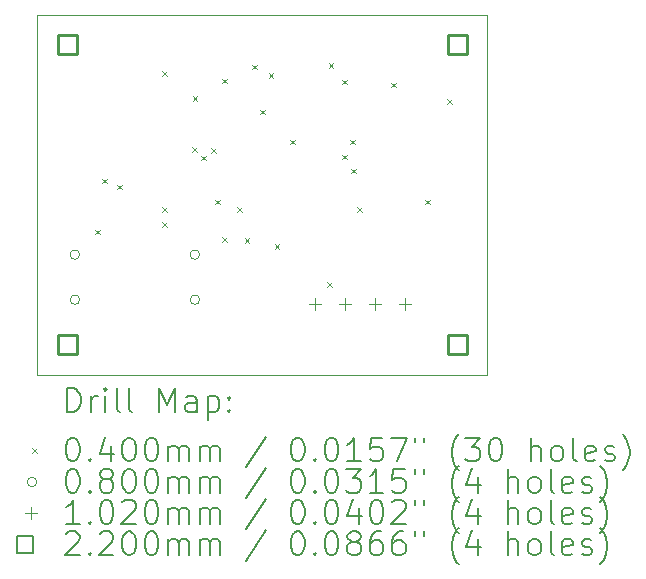
<source format=gbr>
%FSLAX45Y45*%
G04 Gerber Fmt 4.5, Leading zero omitted, Abs format (unit mm)*
G04 Created by KiCad (PCBNEW (6.0.4)) date 2022-04-21 21:49:42*
%MOMM*%
%LPD*%
G01*
G04 APERTURE LIST*
%TA.AperFunction,Profile*%
%ADD10C,0.100000*%
%TD*%
%ADD11C,0.200000*%
%ADD12C,0.040000*%
%ADD13C,0.080000*%
%ADD14C,0.102000*%
%ADD15C,0.220000*%
G04 APERTURE END LIST*
D10*
X12700000Y-9398000D02*
X12700000Y-6350000D01*
X12700000Y-6350000D02*
X16510000Y-6350000D01*
X16510000Y-6350000D02*
X16510000Y-9398000D01*
X16510000Y-9398000D02*
X12700000Y-9398000D01*
D11*
D12*
X13188000Y-8171500D02*
X13228000Y-8211500D01*
X13228000Y-8171500D02*
X13188000Y-8211500D01*
X13251500Y-7739099D02*
X13291500Y-7779099D01*
X13291500Y-7739099D02*
X13251500Y-7779099D01*
X13378500Y-7790500D02*
X13418500Y-7830500D01*
X13418500Y-7790500D02*
X13378500Y-7830500D01*
X13759500Y-6829050D02*
X13799500Y-6869050D01*
X13799500Y-6829050D02*
X13759500Y-6869050D01*
X13759500Y-7981000D02*
X13799500Y-8021000D01*
X13799500Y-7981000D02*
X13759500Y-8021000D01*
X13759500Y-8108000D02*
X13799500Y-8148000D01*
X13799500Y-8108000D02*
X13759500Y-8148000D01*
X14013500Y-7473000D02*
X14053500Y-7513000D01*
X14053500Y-7473000D02*
X14013500Y-7513000D01*
X14014470Y-7037450D02*
X14054470Y-7077450D01*
X14054470Y-7037450D02*
X14014470Y-7077450D01*
X14084175Y-7543675D02*
X14124175Y-7583675D01*
X14124175Y-7543675D02*
X14084175Y-7583675D01*
X14173473Y-7483367D02*
X14213473Y-7523367D01*
X14213473Y-7483367D02*
X14173473Y-7523367D01*
X14204000Y-7917500D02*
X14244000Y-7957500D01*
X14244000Y-7917500D02*
X14204000Y-7957500D01*
X14267500Y-6892550D02*
X14307500Y-6932550D01*
X14307500Y-6892550D02*
X14267500Y-6932550D01*
X14267500Y-8235000D02*
X14307500Y-8275000D01*
X14307500Y-8235000D02*
X14267500Y-8275000D01*
X14394500Y-7981000D02*
X14434500Y-8021000D01*
X14434500Y-7981000D02*
X14394500Y-8021000D01*
X14456354Y-8242057D02*
X14496354Y-8282057D01*
X14496354Y-8242057D02*
X14456354Y-8282057D01*
X14521500Y-6774500D02*
X14561500Y-6814500D01*
X14561500Y-6774500D02*
X14521500Y-6814500D01*
X14585000Y-7155500D02*
X14625000Y-7195500D01*
X14625000Y-7155500D02*
X14585000Y-7195500D01*
X14657451Y-6846951D02*
X14697451Y-6886951D01*
X14697451Y-6846951D02*
X14657451Y-6886951D01*
X14710212Y-8294216D02*
X14750212Y-8334216D01*
X14750212Y-8294216D02*
X14710212Y-8334216D01*
X14839000Y-7409500D02*
X14879000Y-7449500D01*
X14879000Y-7409500D02*
X14839000Y-7449500D01*
X15156500Y-8616000D02*
X15196500Y-8656000D01*
X15196500Y-8616000D02*
X15156500Y-8656000D01*
X15165950Y-6758388D02*
X15205950Y-6798388D01*
X15205950Y-6758388D02*
X15165950Y-6798388D01*
X15283500Y-6901500D02*
X15323500Y-6941500D01*
X15323500Y-6901500D02*
X15283500Y-6941500D01*
X15283500Y-7536500D02*
X15323500Y-7576500D01*
X15323500Y-7536500D02*
X15283500Y-7576500D01*
X15347000Y-7409500D02*
X15387000Y-7449500D01*
X15387000Y-7409500D02*
X15347000Y-7449500D01*
X15355950Y-7654550D02*
X15395950Y-7694550D01*
X15395950Y-7654550D02*
X15355950Y-7694550D01*
X15410500Y-7981000D02*
X15450500Y-8021000D01*
X15450500Y-7981000D02*
X15410500Y-8021000D01*
X15694409Y-6925869D02*
X15734409Y-6965869D01*
X15734409Y-6925869D02*
X15694409Y-6965869D01*
X15982000Y-7917500D02*
X16022000Y-7957500D01*
X16022000Y-7917500D02*
X15982000Y-7957500D01*
X16172000Y-7064577D02*
X16212000Y-7104577D01*
X16212000Y-7064577D02*
X16172000Y-7104577D01*
D13*
X13057500Y-8382000D02*
G75*
G03*
X13057500Y-8382000I-40000J0D01*
G01*
X13058500Y-8763000D02*
G75*
G03*
X13058500Y-8763000I-40000J0D01*
G01*
X14073500Y-8382000D02*
G75*
G03*
X14073500Y-8382000I-40000J0D01*
G01*
X14074500Y-8763000D02*
G75*
G03*
X14074500Y-8763000I-40000J0D01*
G01*
D14*
X15050500Y-8745500D02*
X15050500Y-8847500D01*
X14999500Y-8796500D02*
X15101500Y-8796500D01*
X15304500Y-8745500D02*
X15304500Y-8847500D01*
X15253500Y-8796500D02*
X15355500Y-8796500D01*
X15558500Y-8745500D02*
X15558500Y-8847500D01*
X15507500Y-8796500D02*
X15609500Y-8796500D01*
X15812500Y-8745500D02*
X15812500Y-8847500D01*
X15761500Y-8796500D02*
X15863500Y-8796500D01*
D15*
X13031782Y-6681782D02*
X13031782Y-6526217D01*
X12876217Y-6526217D01*
X12876217Y-6681782D01*
X13031782Y-6681782D01*
X13031782Y-9221783D02*
X13031782Y-9066218D01*
X12876217Y-9066218D01*
X12876217Y-9221783D01*
X13031782Y-9221783D01*
X16333782Y-6681782D02*
X16333782Y-6526217D01*
X16178217Y-6526217D01*
X16178217Y-6681782D01*
X16333782Y-6681782D01*
X16333782Y-9221783D02*
X16333782Y-9066218D01*
X16178217Y-9066218D01*
X16178217Y-9221783D01*
X16333782Y-9221783D01*
D11*
X12952619Y-9713476D02*
X12952619Y-9513476D01*
X13000238Y-9513476D01*
X13028809Y-9523000D01*
X13047857Y-9542048D01*
X13057381Y-9561095D01*
X13066905Y-9599190D01*
X13066905Y-9627762D01*
X13057381Y-9665857D01*
X13047857Y-9684905D01*
X13028809Y-9703952D01*
X13000238Y-9713476D01*
X12952619Y-9713476D01*
X13152619Y-9713476D02*
X13152619Y-9580143D01*
X13152619Y-9618238D02*
X13162143Y-9599190D01*
X13171667Y-9589667D01*
X13190714Y-9580143D01*
X13209762Y-9580143D01*
X13276428Y-9713476D02*
X13276428Y-9580143D01*
X13276428Y-9513476D02*
X13266905Y-9523000D01*
X13276428Y-9532524D01*
X13285952Y-9523000D01*
X13276428Y-9513476D01*
X13276428Y-9532524D01*
X13400238Y-9713476D02*
X13381190Y-9703952D01*
X13371667Y-9684905D01*
X13371667Y-9513476D01*
X13505000Y-9713476D02*
X13485952Y-9703952D01*
X13476428Y-9684905D01*
X13476428Y-9513476D01*
X13733571Y-9713476D02*
X13733571Y-9513476D01*
X13800238Y-9656333D01*
X13866905Y-9513476D01*
X13866905Y-9713476D01*
X14047857Y-9713476D02*
X14047857Y-9608714D01*
X14038333Y-9589667D01*
X14019286Y-9580143D01*
X13981190Y-9580143D01*
X13962143Y-9589667D01*
X14047857Y-9703952D02*
X14028809Y-9713476D01*
X13981190Y-9713476D01*
X13962143Y-9703952D01*
X13952619Y-9684905D01*
X13952619Y-9665857D01*
X13962143Y-9646810D01*
X13981190Y-9637286D01*
X14028809Y-9637286D01*
X14047857Y-9627762D01*
X14143095Y-9580143D02*
X14143095Y-9780143D01*
X14143095Y-9589667D02*
X14162143Y-9580143D01*
X14200238Y-9580143D01*
X14219286Y-9589667D01*
X14228809Y-9599190D01*
X14238333Y-9618238D01*
X14238333Y-9675381D01*
X14228809Y-9694429D01*
X14219286Y-9703952D01*
X14200238Y-9713476D01*
X14162143Y-9713476D01*
X14143095Y-9703952D01*
X14324048Y-9694429D02*
X14333571Y-9703952D01*
X14324048Y-9713476D01*
X14314524Y-9703952D01*
X14324048Y-9694429D01*
X14324048Y-9713476D01*
X14324048Y-9589667D02*
X14333571Y-9599190D01*
X14324048Y-9608714D01*
X14314524Y-9599190D01*
X14324048Y-9589667D01*
X14324048Y-9608714D01*
D12*
X12655000Y-10023000D02*
X12695000Y-10063000D01*
X12695000Y-10023000D02*
X12655000Y-10063000D01*
D11*
X12990714Y-9933476D02*
X13009762Y-9933476D01*
X13028809Y-9943000D01*
X13038333Y-9952524D01*
X13047857Y-9971571D01*
X13057381Y-10009667D01*
X13057381Y-10057286D01*
X13047857Y-10095381D01*
X13038333Y-10114429D01*
X13028809Y-10123952D01*
X13009762Y-10133476D01*
X12990714Y-10133476D01*
X12971667Y-10123952D01*
X12962143Y-10114429D01*
X12952619Y-10095381D01*
X12943095Y-10057286D01*
X12943095Y-10009667D01*
X12952619Y-9971571D01*
X12962143Y-9952524D01*
X12971667Y-9943000D01*
X12990714Y-9933476D01*
X13143095Y-10114429D02*
X13152619Y-10123952D01*
X13143095Y-10133476D01*
X13133571Y-10123952D01*
X13143095Y-10114429D01*
X13143095Y-10133476D01*
X13324048Y-10000143D02*
X13324048Y-10133476D01*
X13276428Y-9923952D02*
X13228809Y-10066810D01*
X13352619Y-10066810D01*
X13466905Y-9933476D02*
X13485952Y-9933476D01*
X13505000Y-9943000D01*
X13514524Y-9952524D01*
X13524048Y-9971571D01*
X13533571Y-10009667D01*
X13533571Y-10057286D01*
X13524048Y-10095381D01*
X13514524Y-10114429D01*
X13505000Y-10123952D01*
X13485952Y-10133476D01*
X13466905Y-10133476D01*
X13447857Y-10123952D01*
X13438333Y-10114429D01*
X13428809Y-10095381D01*
X13419286Y-10057286D01*
X13419286Y-10009667D01*
X13428809Y-9971571D01*
X13438333Y-9952524D01*
X13447857Y-9943000D01*
X13466905Y-9933476D01*
X13657381Y-9933476D02*
X13676428Y-9933476D01*
X13695476Y-9943000D01*
X13705000Y-9952524D01*
X13714524Y-9971571D01*
X13724048Y-10009667D01*
X13724048Y-10057286D01*
X13714524Y-10095381D01*
X13705000Y-10114429D01*
X13695476Y-10123952D01*
X13676428Y-10133476D01*
X13657381Y-10133476D01*
X13638333Y-10123952D01*
X13628809Y-10114429D01*
X13619286Y-10095381D01*
X13609762Y-10057286D01*
X13609762Y-10009667D01*
X13619286Y-9971571D01*
X13628809Y-9952524D01*
X13638333Y-9943000D01*
X13657381Y-9933476D01*
X13809762Y-10133476D02*
X13809762Y-10000143D01*
X13809762Y-10019190D02*
X13819286Y-10009667D01*
X13838333Y-10000143D01*
X13866905Y-10000143D01*
X13885952Y-10009667D01*
X13895476Y-10028714D01*
X13895476Y-10133476D01*
X13895476Y-10028714D02*
X13905000Y-10009667D01*
X13924048Y-10000143D01*
X13952619Y-10000143D01*
X13971667Y-10009667D01*
X13981190Y-10028714D01*
X13981190Y-10133476D01*
X14076428Y-10133476D02*
X14076428Y-10000143D01*
X14076428Y-10019190D02*
X14085952Y-10009667D01*
X14105000Y-10000143D01*
X14133571Y-10000143D01*
X14152619Y-10009667D01*
X14162143Y-10028714D01*
X14162143Y-10133476D01*
X14162143Y-10028714D02*
X14171667Y-10009667D01*
X14190714Y-10000143D01*
X14219286Y-10000143D01*
X14238333Y-10009667D01*
X14247857Y-10028714D01*
X14247857Y-10133476D01*
X14638333Y-9923952D02*
X14466905Y-10181095D01*
X14895476Y-9933476D02*
X14914524Y-9933476D01*
X14933571Y-9943000D01*
X14943095Y-9952524D01*
X14952619Y-9971571D01*
X14962143Y-10009667D01*
X14962143Y-10057286D01*
X14952619Y-10095381D01*
X14943095Y-10114429D01*
X14933571Y-10123952D01*
X14914524Y-10133476D01*
X14895476Y-10133476D01*
X14876428Y-10123952D01*
X14866905Y-10114429D01*
X14857381Y-10095381D01*
X14847857Y-10057286D01*
X14847857Y-10009667D01*
X14857381Y-9971571D01*
X14866905Y-9952524D01*
X14876428Y-9943000D01*
X14895476Y-9933476D01*
X15047857Y-10114429D02*
X15057381Y-10123952D01*
X15047857Y-10133476D01*
X15038333Y-10123952D01*
X15047857Y-10114429D01*
X15047857Y-10133476D01*
X15181190Y-9933476D02*
X15200238Y-9933476D01*
X15219286Y-9943000D01*
X15228809Y-9952524D01*
X15238333Y-9971571D01*
X15247857Y-10009667D01*
X15247857Y-10057286D01*
X15238333Y-10095381D01*
X15228809Y-10114429D01*
X15219286Y-10123952D01*
X15200238Y-10133476D01*
X15181190Y-10133476D01*
X15162143Y-10123952D01*
X15152619Y-10114429D01*
X15143095Y-10095381D01*
X15133571Y-10057286D01*
X15133571Y-10009667D01*
X15143095Y-9971571D01*
X15152619Y-9952524D01*
X15162143Y-9943000D01*
X15181190Y-9933476D01*
X15438333Y-10133476D02*
X15324048Y-10133476D01*
X15381190Y-10133476D02*
X15381190Y-9933476D01*
X15362143Y-9962048D01*
X15343095Y-9981095D01*
X15324048Y-9990619D01*
X15619286Y-9933476D02*
X15524048Y-9933476D01*
X15514524Y-10028714D01*
X15524048Y-10019190D01*
X15543095Y-10009667D01*
X15590714Y-10009667D01*
X15609762Y-10019190D01*
X15619286Y-10028714D01*
X15628809Y-10047762D01*
X15628809Y-10095381D01*
X15619286Y-10114429D01*
X15609762Y-10123952D01*
X15590714Y-10133476D01*
X15543095Y-10133476D01*
X15524048Y-10123952D01*
X15514524Y-10114429D01*
X15695476Y-9933476D02*
X15828809Y-9933476D01*
X15743095Y-10133476D01*
X15895476Y-9933476D02*
X15895476Y-9971571D01*
X15971667Y-9933476D02*
X15971667Y-9971571D01*
X16266905Y-10209667D02*
X16257381Y-10200143D01*
X16238333Y-10171571D01*
X16228809Y-10152524D01*
X16219286Y-10123952D01*
X16209762Y-10076333D01*
X16209762Y-10038238D01*
X16219286Y-9990619D01*
X16228809Y-9962048D01*
X16238333Y-9943000D01*
X16257381Y-9914429D01*
X16266905Y-9904905D01*
X16324048Y-9933476D02*
X16447857Y-9933476D01*
X16381190Y-10009667D01*
X16409762Y-10009667D01*
X16428809Y-10019190D01*
X16438333Y-10028714D01*
X16447857Y-10047762D01*
X16447857Y-10095381D01*
X16438333Y-10114429D01*
X16428809Y-10123952D01*
X16409762Y-10133476D01*
X16352619Y-10133476D01*
X16333571Y-10123952D01*
X16324048Y-10114429D01*
X16571667Y-9933476D02*
X16590714Y-9933476D01*
X16609762Y-9943000D01*
X16619286Y-9952524D01*
X16628809Y-9971571D01*
X16638333Y-10009667D01*
X16638333Y-10057286D01*
X16628809Y-10095381D01*
X16619286Y-10114429D01*
X16609762Y-10123952D01*
X16590714Y-10133476D01*
X16571667Y-10133476D01*
X16552619Y-10123952D01*
X16543095Y-10114429D01*
X16533571Y-10095381D01*
X16524048Y-10057286D01*
X16524048Y-10009667D01*
X16533571Y-9971571D01*
X16543095Y-9952524D01*
X16552619Y-9943000D01*
X16571667Y-9933476D01*
X16876429Y-10133476D02*
X16876429Y-9933476D01*
X16962143Y-10133476D02*
X16962143Y-10028714D01*
X16952619Y-10009667D01*
X16933571Y-10000143D01*
X16905000Y-10000143D01*
X16885952Y-10009667D01*
X16876429Y-10019190D01*
X17085952Y-10133476D02*
X17066905Y-10123952D01*
X17057381Y-10114429D01*
X17047857Y-10095381D01*
X17047857Y-10038238D01*
X17057381Y-10019190D01*
X17066905Y-10009667D01*
X17085952Y-10000143D01*
X17114524Y-10000143D01*
X17133571Y-10009667D01*
X17143095Y-10019190D01*
X17152619Y-10038238D01*
X17152619Y-10095381D01*
X17143095Y-10114429D01*
X17133571Y-10123952D01*
X17114524Y-10133476D01*
X17085952Y-10133476D01*
X17266905Y-10133476D02*
X17247857Y-10123952D01*
X17238333Y-10104905D01*
X17238333Y-9933476D01*
X17419286Y-10123952D02*
X17400238Y-10133476D01*
X17362143Y-10133476D01*
X17343095Y-10123952D01*
X17333571Y-10104905D01*
X17333571Y-10028714D01*
X17343095Y-10009667D01*
X17362143Y-10000143D01*
X17400238Y-10000143D01*
X17419286Y-10009667D01*
X17428810Y-10028714D01*
X17428810Y-10047762D01*
X17333571Y-10066810D01*
X17505000Y-10123952D02*
X17524048Y-10133476D01*
X17562143Y-10133476D01*
X17581190Y-10123952D01*
X17590714Y-10104905D01*
X17590714Y-10095381D01*
X17581190Y-10076333D01*
X17562143Y-10066810D01*
X17533571Y-10066810D01*
X17514524Y-10057286D01*
X17505000Y-10038238D01*
X17505000Y-10028714D01*
X17514524Y-10009667D01*
X17533571Y-10000143D01*
X17562143Y-10000143D01*
X17581190Y-10009667D01*
X17657381Y-10209667D02*
X17666905Y-10200143D01*
X17685952Y-10171571D01*
X17695476Y-10152524D01*
X17705000Y-10123952D01*
X17714524Y-10076333D01*
X17714524Y-10038238D01*
X17705000Y-9990619D01*
X17695476Y-9962048D01*
X17685952Y-9943000D01*
X17666905Y-9914429D01*
X17657381Y-9904905D01*
D13*
X12695000Y-10307000D02*
G75*
G03*
X12695000Y-10307000I-40000J0D01*
G01*
D11*
X12990714Y-10197476D02*
X13009762Y-10197476D01*
X13028809Y-10207000D01*
X13038333Y-10216524D01*
X13047857Y-10235571D01*
X13057381Y-10273667D01*
X13057381Y-10321286D01*
X13047857Y-10359381D01*
X13038333Y-10378429D01*
X13028809Y-10387952D01*
X13009762Y-10397476D01*
X12990714Y-10397476D01*
X12971667Y-10387952D01*
X12962143Y-10378429D01*
X12952619Y-10359381D01*
X12943095Y-10321286D01*
X12943095Y-10273667D01*
X12952619Y-10235571D01*
X12962143Y-10216524D01*
X12971667Y-10207000D01*
X12990714Y-10197476D01*
X13143095Y-10378429D02*
X13152619Y-10387952D01*
X13143095Y-10397476D01*
X13133571Y-10387952D01*
X13143095Y-10378429D01*
X13143095Y-10397476D01*
X13266905Y-10283190D02*
X13247857Y-10273667D01*
X13238333Y-10264143D01*
X13228809Y-10245095D01*
X13228809Y-10235571D01*
X13238333Y-10216524D01*
X13247857Y-10207000D01*
X13266905Y-10197476D01*
X13305000Y-10197476D01*
X13324048Y-10207000D01*
X13333571Y-10216524D01*
X13343095Y-10235571D01*
X13343095Y-10245095D01*
X13333571Y-10264143D01*
X13324048Y-10273667D01*
X13305000Y-10283190D01*
X13266905Y-10283190D01*
X13247857Y-10292714D01*
X13238333Y-10302238D01*
X13228809Y-10321286D01*
X13228809Y-10359381D01*
X13238333Y-10378429D01*
X13247857Y-10387952D01*
X13266905Y-10397476D01*
X13305000Y-10397476D01*
X13324048Y-10387952D01*
X13333571Y-10378429D01*
X13343095Y-10359381D01*
X13343095Y-10321286D01*
X13333571Y-10302238D01*
X13324048Y-10292714D01*
X13305000Y-10283190D01*
X13466905Y-10197476D02*
X13485952Y-10197476D01*
X13505000Y-10207000D01*
X13514524Y-10216524D01*
X13524048Y-10235571D01*
X13533571Y-10273667D01*
X13533571Y-10321286D01*
X13524048Y-10359381D01*
X13514524Y-10378429D01*
X13505000Y-10387952D01*
X13485952Y-10397476D01*
X13466905Y-10397476D01*
X13447857Y-10387952D01*
X13438333Y-10378429D01*
X13428809Y-10359381D01*
X13419286Y-10321286D01*
X13419286Y-10273667D01*
X13428809Y-10235571D01*
X13438333Y-10216524D01*
X13447857Y-10207000D01*
X13466905Y-10197476D01*
X13657381Y-10197476D02*
X13676428Y-10197476D01*
X13695476Y-10207000D01*
X13705000Y-10216524D01*
X13714524Y-10235571D01*
X13724048Y-10273667D01*
X13724048Y-10321286D01*
X13714524Y-10359381D01*
X13705000Y-10378429D01*
X13695476Y-10387952D01*
X13676428Y-10397476D01*
X13657381Y-10397476D01*
X13638333Y-10387952D01*
X13628809Y-10378429D01*
X13619286Y-10359381D01*
X13609762Y-10321286D01*
X13609762Y-10273667D01*
X13619286Y-10235571D01*
X13628809Y-10216524D01*
X13638333Y-10207000D01*
X13657381Y-10197476D01*
X13809762Y-10397476D02*
X13809762Y-10264143D01*
X13809762Y-10283190D02*
X13819286Y-10273667D01*
X13838333Y-10264143D01*
X13866905Y-10264143D01*
X13885952Y-10273667D01*
X13895476Y-10292714D01*
X13895476Y-10397476D01*
X13895476Y-10292714D02*
X13905000Y-10273667D01*
X13924048Y-10264143D01*
X13952619Y-10264143D01*
X13971667Y-10273667D01*
X13981190Y-10292714D01*
X13981190Y-10397476D01*
X14076428Y-10397476D02*
X14076428Y-10264143D01*
X14076428Y-10283190D02*
X14085952Y-10273667D01*
X14105000Y-10264143D01*
X14133571Y-10264143D01*
X14152619Y-10273667D01*
X14162143Y-10292714D01*
X14162143Y-10397476D01*
X14162143Y-10292714D02*
X14171667Y-10273667D01*
X14190714Y-10264143D01*
X14219286Y-10264143D01*
X14238333Y-10273667D01*
X14247857Y-10292714D01*
X14247857Y-10397476D01*
X14638333Y-10187952D02*
X14466905Y-10445095D01*
X14895476Y-10197476D02*
X14914524Y-10197476D01*
X14933571Y-10207000D01*
X14943095Y-10216524D01*
X14952619Y-10235571D01*
X14962143Y-10273667D01*
X14962143Y-10321286D01*
X14952619Y-10359381D01*
X14943095Y-10378429D01*
X14933571Y-10387952D01*
X14914524Y-10397476D01*
X14895476Y-10397476D01*
X14876428Y-10387952D01*
X14866905Y-10378429D01*
X14857381Y-10359381D01*
X14847857Y-10321286D01*
X14847857Y-10273667D01*
X14857381Y-10235571D01*
X14866905Y-10216524D01*
X14876428Y-10207000D01*
X14895476Y-10197476D01*
X15047857Y-10378429D02*
X15057381Y-10387952D01*
X15047857Y-10397476D01*
X15038333Y-10387952D01*
X15047857Y-10378429D01*
X15047857Y-10397476D01*
X15181190Y-10197476D02*
X15200238Y-10197476D01*
X15219286Y-10207000D01*
X15228809Y-10216524D01*
X15238333Y-10235571D01*
X15247857Y-10273667D01*
X15247857Y-10321286D01*
X15238333Y-10359381D01*
X15228809Y-10378429D01*
X15219286Y-10387952D01*
X15200238Y-10397476D01*
X15181190Y-10397476D01*
X15162143Y-10387952D01*
X15152619Y-10378429D01*
X15143095Y-10359381D01*
X15133571Y-10321286D01*
X15133571Y-10273667D01*
X15143095Y-10235571D01*
X15152619Y-10216524D01*
X15162143Y-10207000D01*
X15181190Y-10197476D01*
X15314524Y-10197476D02*
X15438333Y-10197476D01*
X15371667Y-10273667D01*
X15400238Y-10273667D01*
X15419286Y-10283190D01*
X15428809Y-10292714D01*
X15438333Y-10311762D01*
X15438333Y-10359381D01*
X15428809Y-10378429D01*
X15419286Y-10387952D01*
X15400238Y-10397476D01*
X15343095Y-10397476D01*
X15324048Y-10387952D01*
X15314524Y-10378429D01*
X15628809Y-10397476D02*
X15514524Y-10397476D01*
X15571667Y-10397476D02*
X15571667Y-10197476D01*
X15552619Y-10226048D01*
X15533571Y-10245095D01*
X15514524Y-10254619D01*
X15809762Y-10197476D02*
X15714524Y-10197476D01*
X15705000Y-10292714D01*
X15714524Y-10283190D01*
X15733571Y-10273667D01*
X15781190Y-10273667D01*
X15800238Y-10283190D01*
X15809762Y-10292714D01*
X15819286Y-10311762D01*
X15819286Y-10359381D01*
X15809762Y-10378429D01*
X15800238Y-10387952D01*
X15781190Y-10397476D01*
X15733571Y-10397476D01*
X15714524Y-10387952D01*
X15705000Y-10378429D01*
X15895476Y-10197476D02*
X15895476Y-10235571D01*
X15971667Y-10197476D02*
X15971667Y-10235571D01*
X16266905Y-10473667D02*
X16257381Y-10464143D01*
X16238333Y-10435571D01*
X16228809Y-10416524D01*
X16219286Y-10387952D01*
X16209762Y-10340333D01*
X16209762Y-10302238D01*
X16219286Y-10254619D01*
X16228809Y-10226048D01*
X16238333Y-10207000D01*
X16257381Y-10178429D01*
X16266905Y-10168905D01*
X16428809Y-10264143D02*
X16428809Y-10397476D01*
X16381190Y-10187952D02*
X16333571Y-10330810D01*
X16457381Y-10330810D01*
X16685952Y-10397476D02*
X16685952Y-10197476D01*
X16771667Y-10397476D02*
X16771667Y-10292714D01*
X16762143Y-10273667D01*
X16743095Y-10264143D01*
X16714524Y-10264143D01*
X16695476Y-10273667D01*
X16685952Y-10283190D01*
X16895476Y-10397476D02*
X16876429Y-10387952D01*
X16866905Y-10378429D01*
X16857381Y-10359381D01*
X16857381Y-10302238D01*
X16866905Y-10283190D01*
X16876429Y-10273667D01*
X16895476Y-10264143D01*
X16924048Y-10264143D01*
X16943095Y-10273667D01*
X16952619Y-10283190D01*
X16962143Y-10302238D01*
X16962143Y-10359381D01*
X16952619Y-10378429D01*
X16943095Y-10387952D01*
X16924048Y-10397476D01*
X16895476Y-10397476D01*
X17076429Y-10397476D02*
X17057381Y-10387952D01*
X17047857Y-10368905D01*
X17047857Y-10197476D01*
X17228810Y-10387952D02*
X17209762Y-10397476D01*
X17171667Y-10397476D01*
X17152619Y-10387952D01*
X17143095Y-10368905D01*
X17143095Y-10292714D01*
X17152619Y-10273667D01*
X17171667Y-10264143D01*
X17209762Y-10264143D01*
X17228810Y-10273667D01*
X17238333Y-10292714D01*
X17238333Y-10311762D01*
X17143095Y-10330810D01*
X17314524Y-10387952D02*
X17333571Y-10397476D01*
X17371667Y-10397476D01*
X17390714Y-10387952D01*
X17400238Y-10368905D01*
X17400238Y-10359381D01*
X17390714Y-10340333D01*
X17371667Y-10330810D01*
X17343095Y-10330810D01*
X17324048Y-10321286D01*
X17314524Y-10302238D01*
X17314524Y-10292714D01*
X17324048Y-10273667D01*
X17343095Y-10264143D01*
X17371667Y-10264143D01*
X17390714Y-10273667D01*
X17466905Y-10473667D02*
X17476429Y-10464143D01*
X17495476Y-10435571D01*
X17505000Y-10416524D01*
X17514524Y-10387952D01*
X17524048Y-10340333D01*
X17524048Y-10302238D01*
X17514524Y-10254619D01*
X17505000Y-10226048D01*
X17495476Y-10207000D01*
X17476429Y-10178429D01*
X17466905Y-10168905D01*
D14*
X12644000Y-10520000D02*
X12644000Y-10622000D01*
X12593000Y-10571000D02*
X12695000Y-10571000D01*
D11*
X13057381Y-10661476D02*
X12943095Y-10661476D01*
X13000238Y-10661476D02*
X13000238Y-10461476D01*
X12981190Y-10490048D01*
X12962143Y-10509095D01*
X12943095Y-10518619D01*
X13143095Y-10642429D02*
X13152619Y-10651952D01*
X13143095Y-10661476D01*
X13133571Y-10651952D01*
X13143095Y-10642429D01*
X13143095Y-10661476D01*
X13276428Y-10461476D02*
X13295476Y-10461476D01*
X13314524Y-10471000D01*
X13324048Y-10480524D01*
X13333571Y-10499571D01*
X13343095Y-10537667D01*
X13343095Y-10585286D01*
X13333571Y-10623381D01*
X13324048Y-10642429D01*
X13314524Y-10651952D01*
X13295476Y-10661476D01*
X13276428Y-10661476D01*
X13257381Y-10651952D01*
X13247857Y-10642429D01*
X13238333Y-10623381D01*
X13228809Y-10585286D01*
X13228809Y-10537667D01*
X13238333Y-10499571D01*
X13247857Y-10480524D01*
X13257381Y-10471000D01*
X13276428Y-10461476D01*
X13419286Y-10480524D02*
X13428809Y-10471000D01*
X13447857Y-10461476D01*
X13495476Y-10461476D01*
X13514524Y-10471000D01*
X13524048Y-10480524D01*
X13533571Y-10499571D01*
X13533571Y-10518619D01*
X13524048Y-10547190D01*
X13409762Y-10661476D01*
X13533571Y-10661476D01*
X13657381Y-10461476D02*
X13676428Y-10461476D01*
X13695476Y-10471000D01*
X13705000Y-10480524D01*
X13714524Y-10499571D01*
X13724048Y-10537667D01*
X13724048Y-10585286D01*
X13714524Y-10623381D01*
X13705000Y-10642429D01*
X13695476Y-10651952D01*
X13676428Y-10661476D01*
X13657381Y-10661476D01*
X13638333Y-10651952D01*
X13628809Y-10642429D01*
X13619286Y-10623381D01*
X13609762Y-10585286D01*
X13609762Y-10537667D01*
X13619286Y-10499571D01*
X13628809Y-10480524D01*
X13638333Y-10471000D01*
X13657381Y-10461476D01*
X13809762Y-10661476D02*
X13809762Y-10528143D01*
X13809762Y-10547190D02*
X13819286Y-10537667D01*
X13838333Y-10528143D01*
X13866905Y-10528143D01*
X13885952Y-10537667D01*
X13895476Y-10556714D01*
X13895476Y-10661476D01*
X13895476Y-10556714D02*
X13905000Y-10537667D01*
X13924048Y-10528143D01*
X13952619Y-10528143D01*
X13971667Y-10537667D01*
X13981190Y-10556714D01*
X13981190Y-10661476D01*
X14076428Y-10661476D02*
X14076428Y-10528143D01*
X14076428Y-10547190D02*
X14085952Y-10537667D01*
X14105000Y-10528143D01*
X14133571Y-10528143D01*
X14152619Y-10537667D01*
X14162143Y-10556714D01*
X14162143Y-10661476D01*
X14162143Y-10556714D02*
X14171667Y-10537667D01*
X14190714Y-10528143D01*
X14219286Y-10528143D01*
X14238333Y-10537667D01*
X14247857Y-10556714D01*
X14247857Y-10661476D01*
X14638333Y-10451952D02*
X14466905Y-10709095D01*
X14895476Y-10461476D02*
X14914524Y-10461476D01*
X14933571Y-10471000D01*
X14943095Y-10480524D01*
X14952619Y-10499571D01*
X14962143Y-10537667D01*
X14962143Y-10585286D01*
X14952619Y-10623381D01*
X14943095Y-10642429D01*
X14933571Y-10651952D01*
X14914524Y-10661476D01*
X14895476Y-10661476D01*
X14876428Y-10651952D01*
X14866905Y-10642429D01*
X14857381Y-10623381D01*
X14847857Y-10585286D01*
X14847857Y-10537667D01*
X14857381Y-10499571D01*
X14866905Y-10480524D01*
X14876428Y-10471000D01*
X14895476Y-10461476D01*
X15047857Y-10642429D02*
X15057381Y-10651952D01*
X15047857Y-10661476D01*
X15038333Y-10651952D01*
X15047857Y-10642429D01*
X15047857Y-10661476D01*
X15181190Y-10461476D02*
X15200238Y-10461476D01*
X15219286Y-10471000D01*
X15228809Y-10480524D01*
X15238333Y-10499571D01*
X15247857Y-10537667D01*
X15247857Y-10585286D01*
X15238333Y-10623381D01*
X15228809Y-10642429D01*
X15219286Y-10651952D01*
X15200238Y-10661476D01*
X15181190Y-10661476D01*
X15162143Y-10651952D01*
X15152619Y-10642429D01*
X15143095Y-10623381D01*
X15133571Y-10585286D01*
X15133571Y-10537667D01*
X15143095Y-10499571D01*
X15152619Y-10480524D01*
X15162143Y-10471000D01*
X15181190Y-10461476D01*
X15419286Y-10528143D02*
X15419286Y-10661476D01*
X15371667Y-10451952D02*
X15324048Y-10594810D01*
X15447857Y-10594810D01*
X15562143Y-10461476D02*
X15581190Y-10461476D01*
X15600238Y-10471000D01*
X15609762Y-10480524D01*
X15619286Y-10499571D01*
X15628809Y-10537667D01*
X15628809Y-10585286D01*
X15619286Y-10623381D01*
X15609762Y-10642429D01*
X15600238Y-10651952D01*
X15581190Y-10661476D01*
X15562143Y-10661476D01*
X15543095Y-10651952D01*
X15533571Y-10642429D01*
X15524048Y-10623381D01*
X15514524Y-10585286D01*
X15514524Y-10537667D01*
X15524048Y-10499571D01*
X15533571Y-10480524D01*
X15543095Y-10471000D01*
X15562143Y-10461476D01*
X15705000Y-10480524D02*
X15714524Y-10471000D01*
X15733571Y-10461476D01*
X15781190Y-10461476D01*
X15800238Y-10471000D01*
X15809762Y-10480524D01*
X15819286Y-10499571D01*
X15819286Y-10518619D01*
X15809762Y-10547190D01*
X15695476Y-10661476D01*
X15819286Y-10661476D01*
X15895476Y-10461476D02*
X15895476Y-10499571D01*
X15971667Y-10461476D02*
X15971667Y-10499571D01*
X16266905Y-10737667D02*
X16257381Y-10728143D01*
X16238333Y-10699571D01*
X16228809Y-10680524D01*
X16219286Y-10651952D01*
X16209762Y-10604333D01*
X16209762Y-10566238D01*
X16219286Y-10518619D01*
X16228809Y-10490048D01*
X16238333Y-10471000D01*
X16257381Y-10442429D01*
X16266905Y-10432905D01*
X16428809Y-10528143D02*
X16428809Y-10661476D01*
X16381190Y-10451952D02*
X16333571Y-10594810D01*
X16457381Y-10594810D01*
X16685952Y-10661476D02*
X16685952Y-10461476D01*
X16771667Y-10661476D02*
X16771667Y-10556714D01*
X16762143Y-10537667D01*
X16743095Y-10528143D01*
X16714524Y-10528143D01*
X16695476Y-10537667D01*
X16685952Y-10547190D01*
X16895476Y-10661476D02*
X16876429Y-10651952D01*
X16866905Y-10642429D01*
X16857381Y-10623381D01*
X16857381Y-10566238D01*
X16866905Y-10547190D01*
X16876429Y-10537667D01*
X16895476Y-10528143D01*
X16924048Y-10528143D01*
X16943095Y-10537667D01*
X16952619Y-10547190D01*
X16962143Y-10566238D01*
X16962143Y-10623381D01*
X16952619Y-10642429D01*
X16943095Y-10651952D01*
X16924048Y-10661476D01*
X16895476Y-10661476D01*
X17076429Y-10661476D02*
X17057381Y-10651952D01*
X17047857Y-10632905D01*
X17047857Y-10461476D01*
X17228810Y-10651952D02*
X17209762Y-10661476D01*
X17171667Y-10661476D01*
X17152619Y-10651952D01*
X17143095Y-10632905D01*
X17143095Y-10556714D01*
X17152619Y-10537667D01*
X17171667Y-10528143D01*
X17209762Y-10528143D01*
X17228810Y-10537667D01*
X17238333Y-10556714D01*
X17238333Y-10575762D01*
X17143095Y-10594810D01*
X17314524Y-10651952D02*
X17333571Y-10661476D01*
X17371667Y-10661476D01*
X17390714Y-10651952D01*
X17400238Y-10632905D01*
X17400238Y-10623381D01*
X17390714Y-10604333D01*
X17371667Y-10594810D01*
X17343095Y-10594810D01*
X17324048Y-10585286D01*
X17314524Y-10566238D01*
X17314524Y-10556714D01*
X17324048Y-10537667D01*
X17343095Y-10528143D01*
X17371667Y-10528143D01*
X17390714Y-10537667D01*
X17466905Y-10737667D02*
X17476429Y-10728143D01*
X17495476Y-10699571D01*
X17505000Y-10680524D01*
X17514524Y-10651952D01*
X17524048Y-10604333D01*
X17524048Y-10566238D01*
X17514524Y-10518619D01*
X17505000Y-10490048D01*
X17495476Y-10471000D01*
X17476429Y-10442429D01*
X17466905Y-10432905D01*
X12665711Y-10905711D02*
X12665711Y-10764289D01*
X12524289Y-10764289D01*
X12524289Y-10905711D01*
X12665711Y-10905711D01*
X12943095Y-10744524D02*
X12952619Y-10735000D01*
X12971667Y-10725476D01*
X13019286Y-10725476D01*
X13038333Y-10735000D01*
X13047857Y-10744524D01*
X13057381Y-10763571D01*
X13057381Y-10782619D01*
X13047857Y-10811190D01*
X12933571Y-10925476D01*
X13057381Y-10925476D01*
X13143095Y-10906429D02*
X13152619Y-10915952D01*
X13143095Y-10925476D01*
X13133571Y-10915952D01*
X13143095Y-10906429D01*
X13143095Y-10925476D01*
X13228809Y-10744524D02*
X13238333Y-10735000D01*
X13257381Y-10725476D01*
X13305000Y-10725476D01*
X13324048Y-10735000D01*
X13333571Y-10744524D01*
X13343095Y-10763571D01*
X13343095Y-10782619D01*
X13333571Y-10811190D01*
X13219286Y-10925476D01*
X13343095Y-10925476D01*
X13466905Y-10725476D02*
X13485952Y-10725476D01*
X13505000Y-10735000D01*
X13514524Y-10744524D01*
X13524048Y-10763571D01*
X13533571Y-10801667D01*
X13533571Y-10849286D01*
X13524048Y-10887381D01*
X13514524Y-10906429D01*
X13505000Y-10915952D01*
X13485952Y-10925476D01*
X13466905Y-10925476D01*
X13447857Y-10915952D01*
X13438333Y-10906429D01*
X13428809Y-10887381D01*
X13419286Y-10849286D01*
X13419286Y-10801667D01*
X13428809Y-10763571D01*
X13438333Y-10744524D01*
X13447857Y-10735000D01*
X13466905Y-10725476D01*
X13657381Y-10725476D02*
X13676428Y-10725476D01*
X13695476Y-10735000D01*
X13705000Y-10744524D01*
X13714524Y-10763571D01*
X13724048Y-10801667D01*
X13724048Y-10849286D01*
X13714524Y-10887381D01*
X13705000Y-10906429D01*
X13695476Y-10915952D01*
X13676428Y-10925476D01*
X13657381Y-10925476D01*
X13638333Y-10915952D01*
X13628809Y-10906429D01*
X13619286Y-10887381D01*
X13609762Y-10849286D01*
X13609762Y-10801667D01*
X13619286Y-10763571D01*
X13628809Y-10744524D01*
X13638333Y-10735000D01*
X13657381Y-10725476D01*
X13809762Y-10925476D02*
X13809762Y-10792143D01*
X13809762Y-10811190D02*
X13819286Y-10801667D01*
X13838333Y-10792143D01*
X13866905Y-10792143D01*
X13885952Y-10801667D01*
X13895476Y-10820714D01*
X13895476Y-10925476D01*
X13895476Y-10820714D02*
X13905000Y-10801667D01*
X13924048Y-10792143D01*
X13952619Y-10792143D01*
X13971667Y-10801667D01*
X13981190Y-10820714D01*
X13981190Y-10925476D01*
X14076428Y-10925476D02*
X14076428Y-10792143D01*
X14076428Y-10811190D02*
X14085952Y-10801667D01*
X14105000Y-10792143D01*
X14133571Y-10792143D01*
X14152619Y-10801667D01*
X14162143Y-10820714D01*
X14162143Y-10925476D01*
X14162143Y-10820714D02*
X14171667Y-10801667D01*
X14190714Y-10792143D01*
X14219286Y-10792143D01*
X14238333Y-10801667D01*
X14247857Y-10820714D01*
X14247857Y-10925476D01*
X14638333Y-10715952D02*
X14466905Y-10973095D01*
X14895476Y-10725476D02*
X14914524Y-10725476D01*
X14933571Y-10735000D01*
X14943095Y-10744524D01*
X14952619Y-10763571D01*
X14962143Y-10801667D01*
X14962143Y-10849286D01*
X14952619Y-10887381D01*
X14943095Y-10906429D01*
X14933571Y-10915952D01*
X14914524Y-10925476D01*
X14895476Y-10925476D01*
X14876428Y-10915952D01*
X14866905Y-10906429D01*
X14857381Y-10887381D01*
X14847857Y-10849286D01*
X14847857Y-10801667D01*
X14857381Y-10763571D01*
X14866905Y-10744524D01*
X14876428Y-10735000D01*
X14895476Y-10725476D01*
X15047857Y-10906429D02*
X15057381Y-10915952D01*
X15047857Y-10925476D01*
X15038333Y-10915952D01*
X15047857Y-10906429D01*
X15047857Y-10925476D01*
X15181190Y-10725476D02*
X15200238Y-10725476D01*
X15219286Y-10735000D01*
X15228809Y-10744524D01*
X15238333Y-10763571D01*
X15247857Y-10801667D01*
X15247857Y-10849286D01*
X15238333Y-10887381D01*
X15228809Y-10906429D01*
X15219286Y-10915952D01*
X15200238Y-10925476D01*
X15181190Y-10925476D01*
X15162143Y-10915952D01*
X15152619Y-10906429D01*
X15143095Y-10887381D01*
X15133571Y-10849286D01*
X15133571Y-10801667D01*
X15143095Y-10763571D01*
X15152619Y-10744524D01*
X15162143Y-10735000D01*
X15181190Y-10725476D01*
X15362143Y-10811190D02*
X15343095Y-10801667D01*
X15333571Y-10792143D01*
X15324048Y-10773095D01*
X15324048Y-10763571D01*
X15333571Y-10744524D01*
X15343095Y-10735000D01*
X15362143Y-10725476D01*
X15400238Y-10725476D01*
X15419286Y-10735000D01*
X15428809Y-10744524D01*
X15438333Y-10763571D01*
X15438333Y-10773095D01*
X15428809Y-10792143D01*
X15419286Y-10801667D01*
X15400238Y-10811190D01*
X15362143Y-10811190D01*
X15343095Y-10820714D01*
X15333571Y-10830238D01*
X15324048Y-10849286D01*
X15324048Y-10887381D01*
X15333571Y-10906429D01*
X15343095Y-10915952D01*
X15362143Y-10925476D01*
X15400238Y-10925476D01*
X15419286Y-10915952D01*
X15428809Y-10906429D01*
X15438333Y-10887381D01*
X15438333Y-10849286D01*
X15428809Y-10830238D01*
X15419286Y-10820714D01*
X15400238Y-10811190D01*
X15609762Y-10725476D02*
X15571667Y-10725476D01*
X15552619Y-10735000D01*
X15543095Y-10744524D01*
X15524048Y-10773095D01*
X15514524Y-10811190D01*
X15514524Y-10887381D01*
X15524048Y-10906429D01*
X15533571Y-10915952D01*
X15552619Y-10925476D01*
X15590714Y-10925476D01*
X15609762Y-10915952D01*
X15619286Y-10906429D01*
X15628809Y-10887381D01*
X15628809Y-10839762D01*
X15619286Y-10820714D01*
X15609762Y-10811190D01*
X15590714Y-10801667D01*
X15552619Y-10801667D01*
X15533571Y-10811190D01*
X15524048Y-10820714D01*
X15514524Y-10839762D01*
X15800238Y-10725476D02*
X15762143Y-10725476D01*
X15743095Y-10735000D01*
X15733571Y-10744524D01*
X15714524Y-10773095D01*
X15705000Y-10811190D01*
X15705000Y-10887381D01*
X15714524Y-10906429D01*
X15724048Y-10915952D01*
X15743095Y-10925476D01*
X15781190Y-10925476D01*
X15800238Y-10915952D01*
X15809762Y-10906429D01*
X15819286Y-10887381D01*
X15819286Y-10839762D01*
X15809762Y-10820714D01*
X15800238Y-10811190D01*
X15781190Y-10801667D01*
X15743095Y-10801667D01*
X15724048Y-10811190D01*
X15714524Y-10820714D01*
X15705000Y-10839762D01*
X15895476Y-10725476D02*
X15895476Y-10763571D01*
X15971667Y-10725476D02*
X15971667Y-10763571D01*
X16266905Y-11001667D02*
X16257381Y-10992143D01*
X16238333Y-10963571D01*
X16228809Y-10944524D01*
X16219286Y-10915952D01*
X16209762Y-10868333D01*
X16209762Y-10830238D01*
X16219286Y-10782619D01*
X16228809Y-10754048D01*
X16238333Y-10735000D01*
X16257381Y-10706429D01*
X16266905Y-10696905D01*
X16428809Y-10792143D02*
X16428809Y-10925476D01*
X16381190Y-10715952D02*
X16333571Y-10858810D01*
X16457381Y-10858810D01*
X16685952Y-10925476D02*
X16685952Y-10725476D01*
X16771667Y-10925476D02*
X16771667Y-10820714D01*
X16762143Y-10801667D01*
X16743095Y-10792143D01*
X16714524Y-10792143D01*
X16695476Y-10801667D01*
X16685952Y-10811190D01*
X16895476Y-10925476D02*
X16876429Y-10915952D01*
X16866905Y-10906429D01*
X16857381Y-10887381D01*
X16857381Y-10830238D01*
X16866905Y-10811190D01*
X16876429Y-10801667D01*
X16895476Y-10792143D01*
X16924048Y-10792143D01*
X16943095Y-10801667D01*
X16952619Y-10811190D01*
X16962143Y-10830238D01*
X16962143Y-10887381D01*
X16952619Y-10906429D01*
X16943095Y-10915952D01*
X16924048Y-10925476D01*
X16895476Y-10925476D01*
X17076429Y-10925476D02*
X17057381Y-10915952D01*
X17047857Y-10896905D01*
X17047857Y-10725476D01*
X17228810Y-10915952D02*
X17209762Y-10925476D01*
X17171667Y-10925476D01*
X17152619Y-10915952D01*
X17143095Y-10896905D01*
X17143095Y-10820714D01*
X17152619Y-10801667D01*
X17171667Y-10792143D01*
X17209762Y-10792143D01*
X17228810Y-10801667D01*
X17238333Y-10820714D01*
X17238333Y-10839762D01*
X17143095Y-10858810D01*
X17314524Y-10915952D02*
X17333571Y-10925476D01*
X17371667Y-10925476D01*
X17390714Y-10915952D01*
X17400238Y-10896905D01*
X17400238Y-10887381D01*
X17390714Y-10868333D01*
X17371667Y-10858810D01*
X17343095Y-10858810D01*
X17324048Y-10849286D01*
X17314524Y-10830238D01*
X17314524Y-10820714D01*
X17324048Y-10801667D01*
X17343095Y-10792143D01*
X17371667Y-10792143D01*
X17390714Y-10801667D01*
X17466905Y-11001667D02*
X17476429Y-10992143D01*
X17495476Y-10963571D01*
X17505000Y-10944524D01*
X17514524Y-10915952D01*
X17524048Y-10868333D01*
X17524048Y-10830238D01*
X17514524Y-10782619D01*
X17505000Y-10754048D01*
X17495476Y-10735000D01*
X17476429Y-10706429D01*
X17466905Y-10696905D01*
M02*

</source>
